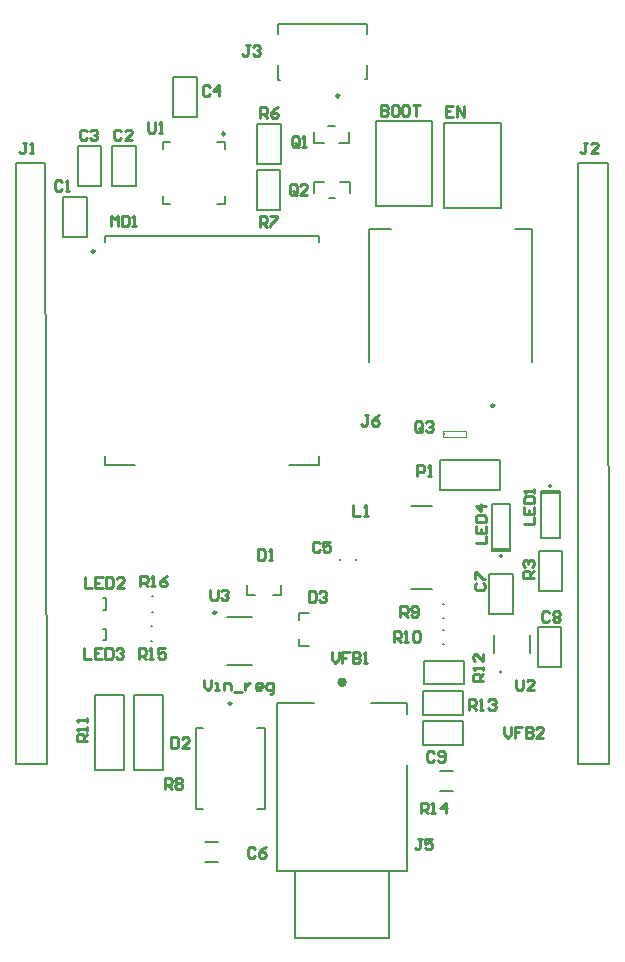
<source format=gto>
G04*
G04 #@! TF.GenerationSoftware,Altium Limited,Altium Designer,22.1.2 (22)*
G04*
G04 Layer_Color=65535*
%FSLAX25Y25*%
%MOIN*%
G70*
G04*
G04 #@! TF.SameCoordinates,55BB0F9E-9583-49B5-81CB-360D1DA6D785*
G04*
G04*
G04 #@! TF.FilePolarity,Positive*
G04*
G01*
G75*
%ADD10C,0.01575*%
%ADD11C,0.00984*%
%ADD12C,0.00945*%
%ADD13C,0.00669*%
%ADD14C,0.00787*%
%ADD15C,0.00394*%
%ADD16C,0.00500*%
%ADD17C,0.00800*%
%ADD18C,0.01000*%
%ADD19R,0.06299X0.01181*%
D10*
X127299Y82004D02*
G03*
X127299Y82004I-787J0D01*
G01*
D11*
X44012Y225622D02*
G03*
X44012Y225622I-492J0D01*
G01*
X87433Y264799D02*
G03*
X87433Y264799I-492J0D01*
G01*
X125606Y277512D02*
G03*
X125606Y277512I-492J0D01*
G01*
X84563Y105193D02*
G03*
X84563Y105193I-492J0D01*
G01*
X89650Y74967D02*
G03*
X89650Y74967I-492J0D01*
G01*
D12*
X177201Y174256D02*
G03*
X177201Y174256I-472J0D01*
G01*
D13*
X196403Y147484D02*
G03*
X196403Y147484I-557J0D01*
G01*
X180037Y124039D02*
G03*
X180037Y124039I-557J0D01*
G01*
X17779Y212189D02*
Y254992D01*
Y54697D02*
Y212189D01*
Y54697D02*
X28094D01*
X17779Y254992D02*
X27566D01*
X28094Y54697D01*
X57689Y247354D02*
Y260740D01*
X49815Y247354D02*
X57689D01*
X49815D02*
Y260740D01*
X57689D01*
X46311Y247315D02*
Y260701D01*
X38437Y247315D02*
X46311D01*
X38437D02*
Y260701D01*
X46311D01*
X33547Y230492D02*
Y243878D01*
X41421D01*
Y230492D02*
Y243878D01*
X33547Y230492D02*
X41421D01*
X70201Y270276D02*
Y283661D01*
X78075D01*
Y270276D02*
Y283661D01*
X70201Y270276D02*
X78075D01*
X98126Y254784D02*
Y268169D01*
X106000D01*
Y254784D02*
Y268169D01*
X98126Y254784D02*
X106000D01*
X105921Y239291D02*
Y252677D01*
X98047Y239291D02*
X105921D01*
X98047D02*
Y252677D01*
X105921D01*
X137654Y240630D02*
Y268976D01*
X156551D01*
Y240630D02*
Y268976D01*
X137654Y240630D02*
X156551D01*
X160591Y240059D02*
Y268406D01*
X179488D01*
Y240059D02*
Y268406D01*
X160591Y240059D02*
X179488D01*
X192697Y130161D02*
X198996D01*
Y145909D01*
X192697D02*
X198996D01*
X192697Y130161D02*
Y145909D01*
X176331Y141362D02*
X182630D01*
X176331Y125614D02*
Y141362D01*
Y125614D02*
X182630D01*
Y141362D01*
X175512Y104740D02*
Y118126D01*
X183386D01*
Y104740D02*
Y118126D01*
X175512Y104740D02*
X183386D01*
X192008Y112531D02*
Y125917D01*
X199882D01*
Y112531D02*
Y125917D01*
X192008Y112531D02*
X199882D01*
X191689Y87051D02*
Y100437D01*
X199563D01*
Y87051D02*
Y100437D01*
X191689Y87051D02*
X199563D01*
X179079Y146165D02*
Y156008D01*
X159236D02*
X179079Y156087D01*
X159236Y146165D02*
Y156008D01*
Y146165D02*
X179079D01*
X153654Y81303D02*
X167039D01*
X153654D02*
Y89177D01*
X167039D01*
Y81303D02*
Y89177D01*
X153492Y79061D02*
X166878D01*
Y71187D02*
Y79061D01*
X153492Y71187D02*
X166878D01*
X153492D02*
Y79061D01*
X153492Y61165D02*
X166878D01*
X153492D02*
Y69039D01*
X166878D01*
Y61165D02*
Y69039D01*
X205244Y212189D02*
Y254992D01*
Y54697D02*
Y212189D01*
Y54697D02*
X215559D01*
X205244Y254992D02*
X215031D01*
X215559Y54697D01*
D14*
X179787Y85413D02*
G03*
X179787Y85413I-394J0D01*
G01*
X47457Y228870D02*
Y230602D01*
Y154421D02*
Y157374D01*
X108953Y154421D02*
X118913D01*
X47457D02*
X57457D01*
X118913Y228870D02*
Y230602D01*
Y154421D02*
Y157374D01*
X47457Y230602D02*
X118913D01*
X66665Y259681D02*
Y262240D01*
X69224D01*
X66665Y241374D02*
Y243933D01*
Y241374D02*
X69224D01*
X84972D02*
X87532D01*
Y243933D01*
Y259681D02*
Y262240D01*
X84972D02*
X87532D01*
X134740Y298232D02*
Y301429D01*
X134741Y282944D02*
Y287697D01*
X134224Y282944D02*
X134741D01*
X105251Y282925D02*
X105764D01*
X105251Y282925D02*
Y287697D01*
Y298232D02*
Y301429D01*
X105252Y301429D02*
X134740D01*
X121894Y267287D02*
X124059D01*
X117071Y261776D02*
Y265457D01*
X125634Y261776D02*
X128882D01*
X117071D02*
X120319D01*
X128882D02*
Y265457D01*
X122039Y243342D02*
X124205D01*
X129028Y245173D02*
Y248854D01*
X117217D02*
X120465D01*
X125779D02*
X129028D01*
X117217Y245173D02*
Y248854D01*
X160020Y107996D02*
X160413D01*
X160020Y103272D02*
X160413D01*
X160020Y99496D02*
X160413D01*
X160020Y94772D02*
X160413D01*
X149575Y113150D02*
X156465D01*
X149575Y140709D02*
X156465D01*
X125906Y122764D02*
Y123158D01*
X131220Y122764D02*
Y123158D01*
X88205Y87673D02*
X96472D01*
X88205Y103815D02*
X96472D01*
X80713Y28740D02*
X85043D01*
X80713Y22047D02*
X85043D01*
X100654Y39748D02*
Y66756D01*
X98232Y39748D02*
X100654D01*
X98232Y66756D02*
X100654D01*
X77661Y39748D02*
Y66756D01*
X80083D01*
X77661Y39748D02*
X80083D01*
X63244Y110669D02*
X63638D01*
X63244Y105551D02*
X63638D01*
X62874Y100795D02*
X63268D01*
X62874Y95677D02*
X63268D01*
X57205Y77701D02*
X66654D01*
Y52898D02*
Y77701D01*
X57205Y52898D02*
Y77701D01*
Y52898D02*
X66654D01*
X47878Y106142D02*
Y110079D01*
X46697D02*
X47878D01*
X46697Y106142D02*
X47878D01*
X47969Y95988D02*
Y99925D01*
X46787D02*
X47969D01*
X46787Y95988D02*
X47969D01*
X44213Y52870D02*
X53661D01*
X44213D02*
Y77673D01*
X53661Y52870D02*
Y77673D01*
X44213D02*
X53661D01*
X159189Y52567D02*
X163520D01*
X159189Y45874D02*
X163520D01*
D15*
X160181Y164254D02*
G03*
X160181Y165533I0J640D01*
G01*
Y165878D02*
X167858D01*
Y163909D02*
Y165878D01*
X160181Y163909D02*
X167858D01*
X160181D02*
Y165533D01*
Y164254D02*
Y165878D01*
D16*
X104898Y74996D02*
X117102D01*
X136000D02*
X148205D01*
Y71453D02*
Y74996D01*
Y19091D02*
Y54524D01*
X142299Y-3350D02*
Y19091D01*
X110803Y-3350D02*
Y19091D01*
Y-3350D02*
X142299D01*
X104898Y19091D02*
Y74996D01*
Y19091D02*
X110803D01*
X142299D01*
X148205D01*
X184209Y233114D02*
X189720D01*
X135390D02*
X142768D01*
X189720Y188823D02*
Y233114D01*
X135390Y188823D02*
Y233114D01*
X177228Y91772D02*
Y97677D01*
X189039Y91772D02*
Y97677D01*
D17*
X94972Y111201D02*
Y114350D01*
Y111201D02*
X97335D01*
X105996D02*
Y114350D01*
X103634Y111201D02*
X105996D01*
X112181Y105165D02*
X115331D01*
X112181Y102803D02*
Y105165D01*
Y94142D02*
X115331D01*
X112181D02*
Y96504D01*
D18*
X153024Y29810D02*
X151843D01*
X152433D01*
Y26859D01*
X151843Y26268D01*
X151253D01*
X150662Y26859D01*
X156566Y29810D02*
X154204D01*
Y28039D01*
X155385Y28630D01*
X155976D01*
X156566Y28039D01*
Y26859D01*
X155976Y26268D01*
X154795D01*
X154204Y26859D01*
X80594Y82834D02*
Y80472D01*
X81775Y79292D01*
X82956Y80472D01*
Y82834D01*
X84136Y79292D02*
X85317D01*
X84727D01*
Y81653D01*
X84136D01*
X87088Y79292D02*
Y81653D01*
X88859D01*
X89450Y81063D01*
Y79292D01*
X90630Y78701D02*
X92992D01*
X94173Y81653D02*
Y79292D01*
Y80472D01*
X94763Y81063D01*
X95353Y81653D01*
X95944D01*
X99486Y79292D02*
X98305D01*
X97715Y79882D01*
Y81063D01*
X98305Y81653D01*
X99486D01*
X100076Y81063D01*
Y80472D01*
X97715D01*
X102438Y78111D02*
X103028D01*
X103618Y78701D01*
Y81653D01*
X101847D01*
X101257Y81063D01*
Y79882D01*
X101847Y79292D01*
X103618D01*
X180612Y67054D02*
Y64693D01*
X181793Y63512D01*
X182974Y64693D01*
Y67054D01*
X186516D02*
X184154D01*
Y65284D01*
X185335D01*
X184154D01*
Y63512D01*
X187697Y67054D02*
Y63512D01*
X189468D01*
X190058Y64103D01*
Y64693D01*
X189468Y65284D01*
X187697D01*
X189468D01*
X190058Y65874D01*
Y66464D01*
X189468Y67054D01*
X187697D01*
X193600Y63512D02*
X191239D01*
X193600Y65874D01*
Y66464D01*
X193010Y67054D01*
X191829D01*
X191239Y66464D01*
X123085Y91980D02*
Y89618D01*
X124265Y88438D01*
X125446Y89618D01*
Y91980D01*
X128988D02*
X126627D01*
Y90209D01*
X127807D01*
X126627D01*
Y88438D01*
X130169Y91980D02*
Y88438D01*
X131940D01*
X132530Y89028D01*
Y89618D01*
X131940Y90209D01*
X130169D01*
X131940D01*
X132530Y90799D01*
Y91389D01*
X131940Y91980D01*
X130169D01*
X133711Y88438D02*
X134892D01*
X134301D01*
Y91980D01*
X133711Y91389D01*
X82623Y112893D02*
Y109941D01*
X83213Y109351D01*
X84394D01*
X84984Y109941D01*
Y112893D01*
X86165Y112303D02*
X86756Y112893D01*
X87936D01*
X88527Y112303D01*
Y111712D01*
X87936Y111122D01*
X87346D01*
X87936D01*
X88527Y110532D01*
Y109941D01*
X87936Y109351D01*
X86756D01*
X86165Y109941D01*
X184505Y82897D02*
Y79945D01*
X185095Y79355D01*
X186276D01*
X186866Y79945D01*
Y82897D01*
X190409Y79355D02*
X188047D01*
X190409Y81716D01*
Y82307D01*
X189818Y82897D01*
X188637D01*
X188047Y82307D01*
X61871Y268787D02*
Y265835D01*
X62461Y265245D01*
X63642D01*
X64232Y265835D01*
Y268787D01*
X65413Y265245D02*
X66594D01*
X66003D01*
Y268787D01*
X65413Y268197D01*
X139451Y274389D02*
Y270847D01*
X141222D01*
X141812Y271437D01*
Y272028D01*
X141222Y272618D01*
X139451D01*
X141222D01*
X141812Y273208D01*
Y273799D01*
X141222Y274389D01*
X139451D01*
X144764D02*
X143583D01*
X142993Y273799D01*
Y271437D01*
X143583Y270847D01*
X144764D01*
X145354Y271437D01*
Y273799D01*
X144764Y274389D01*
X148306D02*
X147126D01*
X146535Y273799D01*
Y271437D01*
X147126Y270847D01*
X148306D01*
X148897Y271437D01*
Y273799D01*
X148306Y274389D01*
X150077D02*
X152439D01*
X151258D01*
Y270847D01*
X163563Y274098D02*
X161202D01*
Y270556D01*
X163563D01*
X161202Y272327D02*
X162382D01*
X164744Y270556D02*
Y274098D01*
X167105Y270556D01*
Y274098D01*
X59312Y113934D02*
Y117476D01*
X61084D01*
X61674Y116885D01*
Y115705D01*
X61084Y115114D01*
X59312D01*
X60493D02*
X61674Y113934D01*
X62855D02*
X64035D01*
X63445D01*
Y117476D01*
X62855Y116885D01*
X68168Y117476D02*
X66987Y116885D01*
X65806Y115705D01*
Y114524D01*
X66397Y113934D01*
X67577D01*
X68168Y114524D01*
Y115114D01*
X67577Y115705D01*
X65806D01*
X58730Y89737D02*
Y93279D01*
X60501D01*
X61091Y92689D01*
Y91508D01*
X60501Y90917D01*
X58730D01*
X59911D02*
X61091Y89737D01*
X62272D02*
X63453D01*
X62862D01*
Y93279D01*
X62272Y92689D01*
X67585Y93279D02*
X65224D01*
Y91508D01*
X66404Y92098D01*
X66995D01*
X67585Y91508D01*
Y90327D01*
X66995Y89737D01*
X65814D01*
X65224Y90327D01*
X152745Y38355D02*
Y41897D01*
X154517D01*
X155107Y41307D01*
Y40126D01*
X154517Y39536D01*
X152745D01*
X153926D02*
X155107Y38355D01*
X156288D02*
X157468D01*
X156878D01*
Y41897D01*
X156288Y41307D01*
X161011Y38355D02*
Y41897D01*
X159239Y40126D01*
X161601D01*
X168820Y72831D02*
Y76373D01*
X170591D01*
X171182Y75783D01*
Y74602D01*
X170591Y74012D01*
X168820D01*
X170001D02*
X171182Y72831D01*
X172362D02*
X173543D01*
X172953D01*
Y76373D01*
X172362Y75783D01*
X175314D02*
X175905Y76373D01*
X177085D01*
X177676Y75783D01*
Y75193D01*
X177085Y74602D01*
X176495D01*
X177085D01*
X177676Y74012D01*
Y73422D01*
X177085Y72831D01*
X175905D01*
X175314Y73422D01*
X173621Y82521D02*
X170079D01*
Y84292D01*
X170670Y84883D01*
X171850D01*
X172441Y84292D01*
Y82521D01*
Y83702D02*
X173621Y84883D01*
Y86063D02*
Y87244D01*
Y86654D01*
X170079D01*
X170670Y86063D01*
X173621Y91377D02*
Y89015D01*
X171260Y91377D01*
X170670D01*
X170079Y90786D01*
Y89605D01*
X170670Y89015D01*
X41586Y62375D02*
X38044D01*
Y64146D01*
X38634Y64737D01*
X39815D01*
X40405Y64146D01*
Y62375D01*
Y63556D02*
X41586Y64737D01*
Y65917D02*
Y67098D01*
Y66508D01*
X38044D01*
X38634Y65917D01*
X41586Y68869D02*
Y70050D01*
Y69460D01*
X38044D01*
X38634Y68869D01*
X143659Y95426D02*
Y98968D01*
X145430D01*
X146020Y98378D01*
Y97197D01*
X145430Y96606D01*
X143659D01*
X144840D02*
X146020Y95426D01*
X147201D02*
X148382D01*
X147791D01*
Y98968D01*
X147201Y98378D01*
X150153D02*
X150743Y98968D01*
X151924D01*
X152514Y98378D01*
Y96016D01*
X151924Y95426D01*
X150743D01*
X150153Y96016D01*
Y98378D01*
X145954Y103812D02*
Y107354D01*
X147725D01*
X148315Y106763D01*
Y105583D01*
X147725Y104992D01*
X145954D01*
X147134D02*
X148315Y103812D01*
X149496Y104402D02*
X150086Y103812D01*
X151267D01*
X151857Y104402D01*
Y106763D01*
X151267Y107354D01*
X150086D01*
X149496Y106763D01*
Y106173D01*
X150086Y105583D01*
X151857D01*
X67402Y46579D02*
Y50121D01*
X69174D01*
X69764Y49531D01*
Y48350D01*
X69174Y47760D01*
X67402D01*
X68583D02*
X69764Y46579D01*
X70945Y49531D02*
X71535Y50121D01*
X72716D01*
X73306Y49531D01*
Y48941D01*
X72716Y48350D01*
X73306Y47760D01*
Y47170D01*
X72716Y46579D01*
X71535D01*
X70945Y47170D01*
Y47760D01*
X71535Y48350D01*
X70945Y48941D01*
Y49531D01*
X71535Y48350D02*
X72716D01*
X99076Y233922D02*
Y237464D01*
X100847D01*
X101437Y236874D01*
Y235693D01*
X100847Y235103D01*
X99076D01*
X100257D02*
X101437Y233922D01*
X102618Y237464D02*
X104979D01*
Y236874D01*
X102618Y234512D01*
Y233922D01*
X99253Y270142D02*
Y273685D01*
X101024D01*
X101614Y273094D01*
Y271913D01*
X101024Y271323D01*
X99253D01*
X100434D02*
X101614Y270142D01*
X105157Y273685D02*
X103976Y273094D01*
X102795Y271913D01*
Y270733D01*
X103385Y270142D01*
X104566D01*
X105157Y270733D01*
Y271323D01*
X104566Y271913D01*
X102795D01*
X190393Y116843D02*
X186851D01*
Y118615D01*
X187441Y119205D01*
X188622D01*
X189212Y118615D01*
Y116843D01*
Y118024D02*
X190393Y119205D01*
X187441Y120386D02*
X186851Y120976D01*
Y122157D01*
X187441Y122747D01*
X188032D01*
X188622Y122157D01*
Y121566D01*
Y122157D01*
X189212Y122747D01*
X189803D01*
X190393Y122157D01*
Y120976D01*
X189803Y120386D01*
X153205Y166016D02*
Y168378D01*
X152615Y168968D01*
X151434D01*
X150844Y168378D01*
Y166016D01*
X151434Y165426D01*
X152615D01*
X152024Y166606D02*
X153205Y165426D01*
X152615D02*
X153205Y166016D01*
X154386Y168378D02*
X154976Y168968D01*
X156157D01*
X156747Y168378D01*
Y167787D01*
X156157Y167197D01*
X155566D01*
X156157D01*
X156747Y166606D01*
Y166016D01*
X156157Y165426D01*
X154976D01*
X154386Y166016D01*
X111414Y245099D02*
Y247460D01*
X110823Y248051D01*
X109643D01*
X109052Y247460D01*
Y245099D01*
X109643Y244508D01*
X110823D01*
X110233Y245689D02*
X111414Y244508D01*
X110823D02*
X111414Y245099D01*
X114956Y244508D02*
X112594D01*
X114956Y246870D01*
Y247460D01*
X114365Y248051D01*
X113185D01*
X112594Y247460D01*
X112091Y261111D02*
Y263472D01*
X111500Y264062D01*
X110319D01*
X109729Y263472D01*
Y261111D01*
X110319Y260520D01*
X111500D01*
X110910Y261701D02*
X112091Y260520D01*
X111500D02*
X112091Y261111D01*
X113271Y260520D02*
X114452D01*
X113862D01*
Y264062D01*
X113271Y263472D01*
X151552Y150752D02*
Y154295D01*
X153323D01*
X153913Y153704D01*
Y152524D01*
X153323Y151933D01*
X151552D01*
X155094Y150752D02*
X156275D01*
X155684D01*
Y154295D01*
X155094Y153704D01*
X49513Y234008D02*
Y237551D01*
X50694Y236370D01*
X51875Y237551D01*
Y234008D01*
X53055Y237551D02*
Y234008D01*
X54826D01*
X55417Y234599D01*
Y236960D01*
X54826Y237551D01*
X53055D01*
X56598Y234008D02*
X57778D01*
X57188D01*
Y237551D01*
X56598Y236960D01*
X171008Y128325D02*
X174551D01*
Y130686D01*
X171008Y134229D02*
Y131867D01*
X174551D01*
Y134229D01*
X172780Y131867D02*
Y133048D01*
X171008Y135409D02*
X174551D01*
Y137180D01*
X173960Y137771D01*
X171599D01*
X171008Y137180D01*
Y135409D01*
X174551Y140723D02*
X171008D01*
X172780Y138951D01*
Y141313D01*
X40561Y93413D02*
Y89871D01*
X42923D01*
X46465Y93413D02*
X44103D01*
Y89871D01*
X46465D01*
X44103Y91642D02*
X45284D01*
X47646Y93413D02*
Y89871D01*
X49417D01*
X50007Y90461D01*
Y92822D01*
X49417Y93413D01*
X47646D01*
X51188Y92822D02*
X51778Y93413D01*
X52959D01*
X53549Y92822D01*
Y92232D01*
X52959Y91642D01*
X52368D01*
X52959D01*
X53549Y91051D01*
Y90461D01*
X52959Y89871D01*
X51778D01*
X51188Y90461D01*
X40758Y116940D02*
Y113398D01*
X43119D01*
X46662Y116940D02*
X44300D01*
Y113398D01*
X46662D01*
X44300Y115169D02*
X45481D01*
X47842Y116940D02*
Y113398D01*
X49613D01*
X50204Y113989D01*
Y116350D01*
X49613Y116940D01*
X47842D01*
X53746Y113398D02*
X51385D01*
X53746Y115760D01*
Y116350D01*
X53156Y116940D01*
X51975D01*
X51385Y116350D01*
X187083Y134624D02*
X190625D01*
Y136985D01*
X187083Y140528D02*
Y138166D01*
X190625D01*
Y140528D01*
X188854Y138166D02*
Y139347D01*
X187083Y141708D02*
X190625D01*
Y143479D01*
X190035Y144070D01*
X187674D01*
X187083Y143479D01*
Y141708D01*
X190625Y145250D02*
Y146431D01*
Y145841D01*
X187083D01*
X187674Y145250D01*
X130284Y141066D02*
Y137524D01*
X132646D01*
X133826D02*
X135007D01*
X134417D01*
Y141066D01*
X133826Y140476D01*
X135299Y171074D02*
X134119D01*
X134709D01*
Y168122D01*
X134119Y167532D01*
X133528D01*
X132938Y168122D01*
X138842Y171074D02*
X137661Y170484D01*
X136480Y169303D01*
Y168122D01*
X137071Y167532D01*
X138251D01*
X138842Y168122D01*
Y168713D01*
X138251Y169303D01*
X136480D01*
X95666Y294421D02*
X94485D01*
X95075D01*
Y291469D01*
X94485Y290879D01*
X93894D01*
X93304Y291469D01*
X96846Y293830D02*
X97437Y294421D01*
X98617D01*
X99208Y293830D01*
Y293240D01*
X98617Y292650D01*
X98027D01*
X98617D01*
X99208Y292059D01*
Y291469D01*
X98617Y290879D01*
X97437D01*
X96846Y291469D01*
X208230Y261867D02*
X207049D01*
X207640D01*
Y258915D01*
X207049Y258324D01*
X206459D01*
X205869Y258915D01*
X211772Y258324D02*
X209411D01*
X211772Y260686D01*
Y261276D01*
X211182Y261867D01*
X210001D01*
X209411Y261276D01*
X21276Y261873D02*
X20095D01*
X20685D01*
Y258922D01*
X20095Y258331D01*
X19504D01*
X18914Y258922D01*
X22456Y258331D02*
X23637D01*
X23047D01*
Y261873D01*
X22456Y261283D01*
X115371Y112350D02*
Y108808D01*
X117142D01*
X117733Y109398D01*
Y111759D01*
X117142Y112350D01*
X115371D01*
X118913Y111759D02*
X119503Y112350D01*
X120684D01*
X121275Y111759D01*
Y111169D01*
X120684Y110579D01*
X120094D01*
X120684D01*
X121275Y109988D01*
Y109398D01*
X120684Y108808D01*
X119503D01*
X118913Y109398D01*
X69564Y63661D02*
Y60119D01*
X71335D01*
X71925Y60709D01*
Y63070D01*
X71335Y63661D01*
X69564D01*
X75468Y60119D02*
X73106D01*
X75468Y62480D01*
Y63070D01*
X74877Y63661D01*
X73697D01*
X73106Y63070D01*
X98532Y126322D02*
Y122780D01*
X100303D01*
X100894Y123371D01*
Y125732D01*
X100303Y126322D01*
X98532D01*
X102074Y122780D02*
X103255D01*
X102665D01*
Y126322D01*
X102074Y125732D01*
X157166Y58543D02*
X156575Y59133D01*
X155394D01*
X154804Y58543D01*
Y56182D01*
X155394Y55591D01*
X156575D01*
X157166Y56182D01*
X158346D02*
X158937Y55591D01*
X160117D01*
X160708Y56182D01*
Y58543D01*
X160117Y59133D01*
X158937D01*
X158346Y58543D01*
Y57953D01*
X158937Y57362D01*
X160708D01*
X195603Y105015D02*
X195012Y105606D01*
X193832D01*
X193241Y105015D01*
Y102654D01*
X193832Y102064D01*
X195012D01*
X195603Y102654D01*
X196783Y105015D02*
X197374Y105606D01*
X198554D01*
X199145Y105015D01*
Y104425D01*
X198554Y103835D01*
X199145Y103244D01*
Y102654D01*
X198554Y102064D01*
X197374D01*
X196783Y102654D01*
Y103244D01*
X197374Y103835D01*
X196783Y104425D01*
Y105015D01*
X197374Y103835D02*
X198554D01*
X171252Y115126D02*
X170662Y114536D01*
Y113355D01*
X171252Y112765D01*
X173614D01*
X174204Y113355D01*
Y114536D01*
X173614Y115126D01*
X170662Y116307D02*
Y118668D01*
X171252D01*
X173614Y116307D01*
X174204D01*
X97477Y26511D02*
X96886Y27102D01*
X95705D01*
X95115Y26511D01*
Y24150D01*
X95705Y23560D01*
X96886D01*
X97477Y24150D01*
X101019Y27102D02*
X99838Y26511D01*
X98657Y25331D01*
Y24150D01*
X99248Y23560D01*
X100428D01*
X101019Y24150D01*
Y24740D01*
X100428Y25331D01*
X98657D01*
X119036Y128315D02*
X118445Y128905D01*
X117264D01*
X116674Y128315D01*
Y125953D01*
X117264Y125363D01*
X118445D01*
X119036Y125953D01*
X122578Y128905D02*
X120216D01*
Y127134D01*
X121397Y127724D01*
X121987D01*
X122578Y127134D01*
Y125953D01*
X121987Y125363D01*
X120807D01*
X120216Y125953D01*
X82366Y280358D02*
X81776Y280948D01*
X80595D01*
X80005Y280358D01*
Y277996D01*
X80595Y277406D01*
X81776D01*
X82366Y277996D01*
X85318Y277406D02*
Y280948D01*
X83547Y279177D01*
X85909D01*
X41421Y265657D02*
X40831Y266248D01*
X39650D01*
X39060Y265657D01*
Y263296D01*
X39650Y262705D01*
X40831D01*
X41421Y263296D01*
X42602Y265657D02*
X43192Y266248D01*
X44373D01*
X44964Y265657D01*
Y265067D01*
X44373Y264476D01*
X43783D01*
X44373D01*
X44964Y263886D01*
Y263296D01*
X44373Y262705D01*
X43192D01*
X42602Y263296D01*
X52882Y265657D02*
X52292Y266248D01*
X51111D01*
X50521Y265657D01*
Y263296D01*
X51111Y262705D01*
X52292D01*
X52882Y263296D01*
X56424Y262705D02*
X54063D01*
X56424Y265067D01*
Y265657D01*
X55834Y266248D01*
X54653D01*
X54063Y265657D01*
X33173Y248862D02*
X32583Y249452D01*
X31402D01*
X30812Y248862D01*
Y246500D01*
X31402Y245910D01*
X32583D01*
X33173Y246500D01*
X34354Y245910D02*
X35535D01*
X34944D01*
Y249452D01*
X34354Y248862D01*
D19*
X195846Y145319D02*
D03*
X179480Y126205D02*
D03*
M02*

</source>
